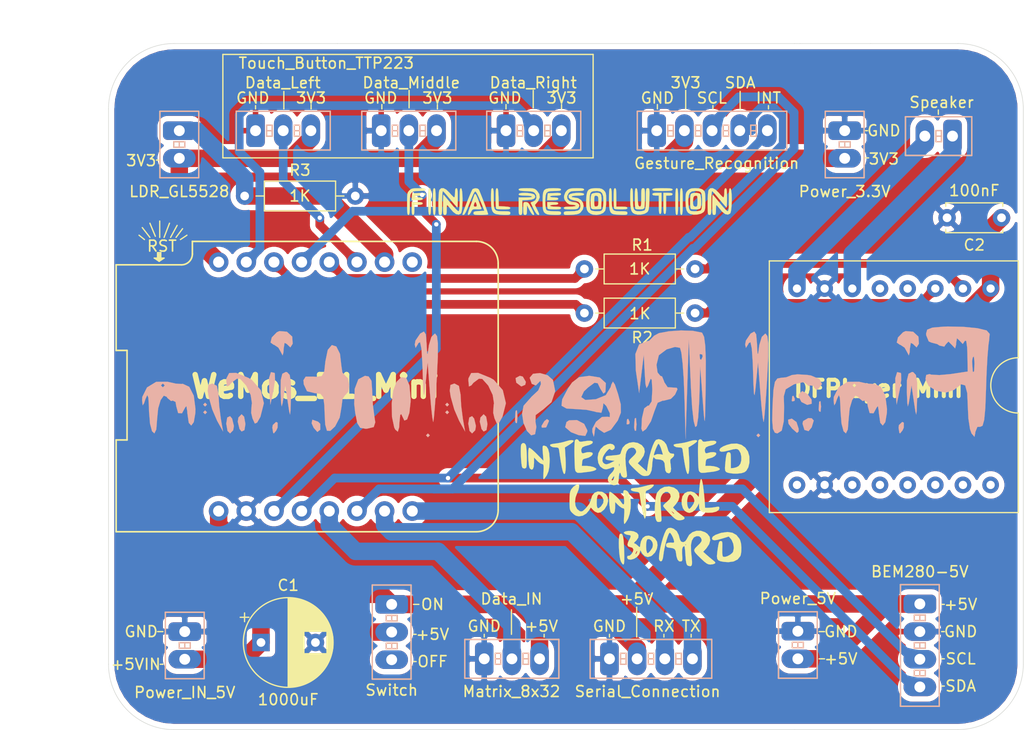
<source format=kicad_pcb>
(kicad_pcb (version 20171130) (host pcbnew "(5.1.4)-1")
  (layers (0 F.Cu signal) (31 B.Cu signal) (34 B.Paste user) (35 F.Paste user) (36 B.SilkS user) (37 F.SilkS user) (38 B.Mask user) (39 F.Mask user) (44 Edge.Cuts user))
  (net 0 "")
  (net 1 GND)
  (net 2 /+5V)
  (net 3 /SPK_1)
  (net 4 /SPK_2)
  (net 5 "Net-(R1-Pad2)")
  (net 6 "Net-(R1-Pad1)")
  (net 7 "Net-(R2-Pad2)")
  (net 8 "Net-(R2-Pad1)")
  (net 9 "Net-(R3-Pad1)")
  (net 10 /3V3)
  (net 11 /SCL)
  (net 12 /SDA)
  (net 13 "Net-(U5-Pad4)")
  (net 14 "Net-(U5-Pad5)")
  (net 15 "Net-(U5-Pad16)")
  (net 16 "Net-(U5-Pad15)")
  (net 17 "Net-(U5-Pad14)")
  (net 18 "Net-(U5-Pad13)")
  (net 19 "Net-(U5-Pad12)")
  (net 20 "Net-(U5-Pad11)")
  (net 21 "Net-(U5-Pad9)")
  (net 22 /TX)
  (net 23 "Net-(U6-Pad1)")
  (net 24 /RX)
  (net 25 /BT_Left)
  (net 26 /Matrix_Data_IN)
  (net 27 /INT)
  (net 28 /BT_Middle)
  (net 29 /BT_Right)
  (net 30 /+5VIN)
  (net 31 "Net-(SW1-Pad3)")
  (module Integrated-Control-Board-RevA:DFPlayer (layer F.Cu) (at 241 91.5 270)
    (fp_text reference U5)
    (fp_text value DFPlayer_Mini)
    (fp_text user "DFPlayer Mini" (at 9.2 10.3 180) (layer F.SilkS) (effects (font (size 1.5 1.5) (thickness 0.375))))
    (pad 1 thru_hole circle (at 0 0 270) (size 1.524 1.524) (drill 0.762) (layers *.Cu *.Mask) (net 2 /+5V))
    (pad 2 thru_hole circle (at 0 2.54 270) (size 1.524 1.524) (drill 0.762) (layers *.Cu *.Mask) (net 5 "Net-(R1-Pad2)"))
    (pad 3 thru_hole circle (at 0 5.08 270) (size 1.524 1.524) (drill 0.762) (layers *.Cu *.Mask) (net 7 "Net-(R2-Pad2)"))
    (pad 4 thru_hole circle (at 0 7.62 270) (size 1.524 1.524) (drill 0.762) (layers *.Cu *.Mask) (net 13 "Net-(U5-Pad4)"))
    (pad 5 thru_hole circle (at 0 10.16 270) (size 1.524 1.524) (drill 0.762) (layers *.Cu *.Mask) (net 14 "Net-(U5-Pad5)"))
    (pad 6 thru_hole circle (at 0 12.7 270) (size 1.524 1.524) (drill 0.762) (layers *.Cu *.Mask) (net 3 /SPK_1))
    (pad 7 thru_hole circle (at 0 15.24 270) (size 1.524 1.524) (drill 0.762) (layers *.Cu *.Mask) (net 1 GND))
    (pad 8 thru_hole circle (at 0 17.78 270) (size 1.524 1.524) (drill 0.762) (layers *.Cu *.Mask) (net 4 /SPK_2))
    (pad 16 thru_hole circle (at 18.03 0 270) (size 1.524 1.524) (drill 0.762) (layers *.Cu *.Mask) (net 15 "Net-(U5-Pad16)"))
    (pad 15 thru_hole circle (at 18.03 2.54 270) (size 1.524 1.524) (drill 0.762) (layers *.Cu *.Mask) (net 16 "Net-(U5-Pad15)"))
    (pad 14 thru_hole circle (at 18.03 5.08 270) (size 1.524 1.524) (drill 0.762) (layers *.Cu *.Mask) (net 17 "Net-(U5-Pad14)"))
    (pad 13 thru_hole circle (at 18.03 7.62 270) (size 1.524 1.524) (drill 0.762) (layers *.Cu *.Mask) (net 18 "Net-(U5-Pad13)"))
    (pad 12 thru_hole circle (at 18.03 10.16 270) (size 1.524 1.524) (drill 0.762) (layers *.Cu *.Mask) (net 19 "Net-(U5-Pad12)"))
    (pad 11 thru_hole circle (at 18.03 12.7 270) (size 1.524 1.524) (drill 0.762) (layers *.Cu *.Mask) (net 20 "Net-(U5-Pad11)"))
    (pad 10 thru_hole circle (at 18.03 15.24 270) (size 1.524 1.524) (drill 0.762) (layers *.Cu *.Mask) (net 1 GND))
    (pad 9 thru_hole circle (at 18.03 17.78 270) (size 1.524 1.524) (drill 0.762) (layers *.Cu *.Mask) (net 21 "Net-(U5-Pad9)"))
  )
  (module A_LOGO:Final-Resolution-sy (layer B.Cu) (at 201.5 98.1 180)
    (fp_text reference G*** hide)
    (fp_text value LOGO hide)
  )
  (module A_LOGO:REV_A_Mask (layer F.Cu) (at 226.7 129.6)
    (fp_text reference G*** hide)
    (fp_text value LOGO hide)
  )
  (module A_LOGO:Final-Resolution-Silks (layer F.Cu) (at 202.4 83.3)
    (fp_text reference G*** hide)
    (fp_text value LOGO hide)
  )
  (module A_LOGO:Integrated_control_board (layer F.Cu) (at 208.3 109.9)
    (fp_text reference G*** hide)
    (fp_text value LOGO hide)
  )
  (module A_LOGO:AWTRIX_small_Mask (layer F.Cu) (at 208.5 101)
    (fp_text reference G*** hide)
    (fp_text value LOGO hide)
  )
  (module Integrated-Control-Board-RevA:PinHeader_1x03_P2.54mm (layer F.Cu) (at 186 120.5)
    (fp_text reference SW1)
    (fp_text value Switch (at 0 7.874) (layer F.SilkS))
    (pad 1 thru_hole roundrect (at 0 0) (size 3 1.7) (drill 1) (layers *.Cu *.Mask) (net 2 /+5V))
    (pad 2 thru_hole oval (at 0 2.54) (size 3 1.7) (drill 1) (layers *.Cu *.Mask) (net 30 /+5VIN))
    (pad 3 thru_hole oval (at 0 5.08) (size 3 1.7) (drill 1) (layers *.Cu *.Mask) (net 31 "Net-(SW1-Pad3)"))
  )
  (module Integrated-Control-Board-RevA:R_Axial_DIN0207_L6.3mm_D2.5mm_P10.16mm_Horizontal (layer F.Cu) (at 172.5 83)
    (fp_text reference R3 (at 5.08 -2.37) (layer F.SilkS))
    (fp_text value 1K (at 5.08 0) (layer F.SilkS))
    (pad 2 thru_hole oval (at 10.16 0) (size 1.6 1.6) (drill 0.8) (layers *.Cu *.Mask) (net 1 GND))
    (pad 1 thru_hole circle (at 0 0) (size 1.6 1.6) (drill 0.8) (layers *.Cu *.Mask) (net 9 "Net-(R3-Pad1)"))
  )
  (module Integrated-Control-Board-RevA:R_Axial_DIN0207_L6.3mm_D2.5mm_P10.16mm_Horizontal (layer F.Cu) (at 203.7 93.75)
    (fp_text reference R2 (at 5.3 2.25) (layer F.SilkS))
    (fp_text value 1K (at 5.1 0.05) (layer F.SilkS))
    (pad 2 thru_hole oval (at 10.16 0) (size 1.6 1.6) (drill 0.8) (layers *.Cu *.Mask) (net 7 "Net-(R2-Pad2)"))
    (pad 1 thru_hole circle (at 0 0) (size 1.6 1.6) (drill 0.8) (layers *.Cu *.Mask) (net 8 "Net-(R2-Pad1)"))
  )
  (module Integrated-Control-Board-RevA:R_Axial_DIN0207_L6.3mm_D2.5mm_P10.16mm_Horizontal (layer F.Cu) (at 203.7 89.7)
    (fp_text reference R1 (at 5.3 -2.2) (layer F.SilkS))
    (fp_text value 1K (at 5.08 0) (layer F.SilkS))
    (pad 2 thru_hole oval (at 10.16 0) (size 1.6 1.6) (drill 0.8) (layers *.Cu *.Mask) (net 5 "Net-(R1-Pad2)"))
    (pad 1 thru_hole circle (at 0 0) (size 1.6 1.6) (drill 0.8) (layers *.Cu *.Mask) (net 6 "Net-(R1-Pad1)"))
  )
  (module Integrated-Control-Board-RevA:PinHeader_1x03_P2.54mm (layer F.Cu) (at 194.5 125.5 90)
    (fp_text reference U12)
    (fp_text value Matrix_8x32 (at -3 2.5 180) (layer F.SilkS))
    (pad 1 thru_hole roundrect (at 0 0 90) (size 3 1.7) (drill 1) (layers *.Cu *.Mask) (net 1 GND))
    (pad 2 thru_hole oval (at 0 2.54 90) (size 3 1.7) (drill 1) (layers *.Cu *.Mask) (net 26 /Matrix_Data_IN))
    (pad 3 thru_hole oval (at 0 5.08 90) (size 3 1.7) (drill 1) (layers *.Cu *.Mask) (net 2 /+5V))
  )
  (module Integrated-Control-Board-RevA:PinHeader_1x05_P2.54mm (layer F.Cu) (at 210.34 77 90)
    (fp_text reference U11)
    (fp_text value Gesture_Recognition (at -3 5.5 180) (layer F.SilkS))
    (pad 1 thru_hole roundrect (at 0 0 90) (size 3 1.7) (drill 1) (layers *.Cu *.Mask) (net 1 GND))
    (pad 2 thru_hole oval (at 0 2.54 90) (size 3 1.7) (drill 1) (layers *.Cu *.Mask) (net 10 /3V3))
    (pad 3 thru_hole oval (at 0 5.08 90) (size 3 1.7) (drill 1) (layers *.Cu *.Mask) (net 11 /SCL))
    (pad 4 thru_hole oval (at 0 7.62 90) (size 3 1.7) (drill 1) (layers *.Cu *.Mask) (net 12 /SDA))
    (pad 5 thru_hole oval (at 0 10.16 90) (size 3 1.7) (drill 1) (layers *.Cu *.Mask) (net 27 /INT))
  )
  (module Integrated-Control-Board-RevA:PinHeader_1x04_P2.54mm (layer F.Cu) (at 206 125.5 90)
    (fp_text reference U10)
    (fp_text value Serial_Connection (at -3 3.5 180) (layer F.SilkS))
    (pad 1 thru_hole roundrect (at 0 0 90) (size 3 1.7) (drill 1) (layers *.Cu *.Mask) (net 1 GND))
    (pad 2 thru_hole oval (at 0 2.54 90) (size 3 1.7) (drill 1) (layers *.Cu *.Mask) (net 2 /+5V))
    (pad 3 thru_hole oval (at 0 5.08 90) (size 3 1.7) (drill 1) (layers *.Cu *.Mask) (net 24 /RX))
    (pad 4 thru_hole oval (at 0 7.62 90) (size 3 1.7) (drill 1) (layers *.Cu *.Mask) (net 22 /TX))
  )
  (module Integrated-Control-Board-RevA:PinHeader_1x03_P2.54mm (layer F.Cu) (at 196.5 77 90)
    (fp_text reference U9)
    (fp_text value Touch_Button_TTP223)
    (pad 1 thru_hole roundrect (at 0 0 90) (size 3 1.7) (drill 1) (layers *.Cu *.Mask) (net 1 GND))
    (pad 2 thru_hole oval (at 0 2.54 90) (size 3 1.7) (drill 1) (layers *.Cu *.Mask) (net 29 /BT_Right))
    (pad 3 thru_hole oval (at 0 5.08 90) (size 3 1.7) (drill 1) (layers *.Cu *.Mask) (net 10 /3V3))
  )
  (module Integrated-Control-Board-RevA:PinHeader_1x03_P2.54mm (layer F.Cu) (at 185.038302 77 90)
    (fp_text reference U8)
    (fp_text value Touch_Button_TTP223)
    (pad 1 thru_hole roundrect (at 0 0 90) (size 3 1.7) (drill 1) (layers *.Cu *.Mask) (net 1 GND))
    (pad 2 thru_hole oval (at 0 2.54 90) (size 3 1.7) (drill 1) (layers *.Cu *.Mask) (net 28 /BT_Middle))
    (pad 3 thru_hole oval (at 0 5.08 90) (size 3 1.7) (drill 1) (layers *.Cu *.Mask) (net 10 /3V3))
  )
  (module Integrated-Control-Board-RevA:PinHeader_1x03_P2.54mm (layer F.Cu) (at 173.5 77 90)
    (fp_text reference U7)
    (fp_text value Touch_Button_TTP223)
    (pad 1 thru_hole roundrect (at 0 0 90) (size 3 1.7) (drill 1) (layers *.Cu *.Mask) (net 1 GND))
    (pad 2 thru_hole oval (at 0 2.54 90) (size 3 1.7) (drill 1) (layers *.Cu *.Mask) (net 25 /BT_Left))
    (pad 3 thru_hole oval (at 0 5.08 90) (size 3 1.7) (drill 1) (layers *.Cu *.Mask) (net 10 /3V3))
  )
  (module Integrated-Control-Board-RevA:wemos-d1-mini-with-pin-header-and-connector (layer F.Cu) (at 179 100.5)
    (fp_text reference U6)
    (fp_text value WeMos_D1_mini)
    (pad 16 thru_hole circle (at 8.89 11.43) (size 1.8 1.8) (drill 1.016) (layers *.Cu *.Mask) (net 22 /TX))
    (pad 1 thru_hole circle (at 8.89 -11.43) (size 1.8 1.8) (drill 1.016) (layers *.Cu *.Mask) (net 23 "Net-(U6-Pad1)"))
    (pad 15 thru_hole circle (at 6.35 11.43) (size 1.8 1.8) (drill 1.016) (layers *.Cu *.Mask) (net 24 /RX))
    (pad 2 thru_hole circle (at 6.35 -11.43) (size 1.8 1.8) (drill 1.016) (layers *.Cu *.Mask) (net 9 "Net-(R3-Pad1)"))
    (pad 14 thru_hole circle (at 3.81 11.43) (size 1.8 1.8) (drill 1.016) (layers *.Cu *.Mask) (net 11 /SCL))
    (pad 3 thru_hole circle (at 3.81 -11.43) (size 1.8 1.8) (drill 1.016) (layers *.Cu *.Mask) (net 25 /BT_Left))
    (pad 13 thru_hole circle (at 1.27 11.43) (size 1.8 1.8) (drill 1.016) (layers *.Cu *.Mask) (net 26 /Matrix_Data_IN))
    (pad 4 thru_hole circle (at 1.27 -11.43) (size 1.8 1.8) (drill 1.016) (layers *.Cu *.Mask) (net 6 "Net-(R1-Pad1)"))
    (pad 12 thru_hole circle (at -1.27 11.43) (size 1.8 1.8) (drill 1.016) (layers *.Cu *.Mask) (net 12 /SDA))
    (pad 5 thru_hole circle (at -1.27 -11.43) (size 1.8 1.8) (drill 1.016) (layers *.Cu *.Mask) (net 27 /INT))
    (pad 11 thru_hole circle (at -3.81 11.43) (size 1.8 1.8) (drill 1.016) (layers *.Cu *.Mask) (net 28 /BT_Middle))
    (pad 6 thru_hole circle (at -3.81 -11.43 90) (size 1.8 1.8) (drill 1.016) (layers *.Cu *.Mask) (net 8 "Net-(R2-Pad1)"))
    (pad 10 thru_hole circle (at -6.35 11.43) (size 1.8 1.8) (drill 1.016) (layers *.Cu *.Mask) (net 1 GND))
    (pad 7 thru_hole circle (at -6.35 -11.43) (size 1.8 1.8) (drill 1.016) (layers *.Cu *.Mask) (net 29 /BT_Right))
    (pad 9 thru_hole circle (at -8.89 11.43) (size 1.8 1.8) (drill 1.016) (layers *.Cu *.Mask) (net 2 /+5V))
    (pad 8 thru_hole circle (at -8.89 -11.43) (size 1.8 1.8) (drill 1.016) (layers *.Cu *.Mask) (net 10 /3V3))
  )
  (module Integrated-Control-Board-RevA:PinHeader_1x02_P2.54mm (layer F.Cu) (at 223.3 122.96)
    (fp_text reference U4)
    (fp_text value Power_5V (at 0 -3) (layer F.SilkS))
    (pad 1 thru_hole roundrect (at 0 0) (size 3 1.7) (drill 1) (layers *.Cu *.Mask) (net 1 GND))
    (pad 2 thru_hole oval (at 0 2.54) (size 3 1.7) (drill 1) (layers *.Cu *.Mask) (net 2 /+5V))
  )
  (module Integrated-Control-Board-RevA:PinHeader_1x02_P2.54mm (layer F.Cu) (at 227.6 77)
    (fp_text reference U3)
    (fp_text value Power_3.3V (at 0 5.588) (layer F.SilkS))
    (pad 1 thru_hole roundrect (at 0 0) (size 3 1.7) (drill 1) (layers *.Cu *.Mask) (net 1 GND))
    (pad 2 thru_hole oval (at 0 2.54) (size 3 1.7) (drill 1) (layers *.Cu *.Mask) (net 10 /3V3))
  )
  (module Integrated-Control-Board-RevA:PinHeader_1x04_P2.54mm (layer F.Cu) (at 234.5 120.46)
    (fp_text reference U2)
    (fp_text value BEM280-5V (at 0 -2.96) (layer F.SilkS))
    (pad 1 thru_hole roundrect (at 0 0) (size 3 1.7) (drill 1) (layers *.Cu *.Mask) (net 2 /+5V))
    (pad 2 thru_hole oval (at 0 2.54) (size 3 1.7) (drill 1) (layers *.Cu *.Mask) (net 1 GND))
    (pad 3 thru_hole oval (at 0 5.08) (size 3 1.7) (drill 1) (layers *.Cu *.Mask) (net 11 /SCL))
    (pad 4 thru_hole oval (at 0 7.62) (size 3 1.7) (drill 1) (layers *.Cu *.Mask) (net 12 /SDA))
  )
  (module Integrated-Control-Board-RevA:PinHeader_1x02_P2.54mm (layer F.Cu) (at 167 123)
    (fp_text reference U1)
    (fp_text value Power_IN_5V (at 0 5.588) (layer F.SilkS))
    (pad 1 thru_hole roundrect (at 0 0) (size 3 1.7) (drill 1) (layers *.Cu *.Mask) (net 1 GND))
    (pad 2 thru_hole oval (at 0 2.54) (size 3 1.7) (drill 1) (layers *.Cu *.Mask) (net 30 /+5VIN))
  )
  (module Integrated-Control-Board-RevA:PinHeader_1x02_P2.54mm (layer F.Cu) (at 166.5 77)
    (fp_text reference R4)
    (fp_text value LDR_GL5528 (at 0 5.588) (layer F.SilkS))
    (pad 1 thru_hole roundrect (at 0 0) (size 3 1.7) (drill 1) (layers *.Cu *.Mask) (net 9 "Net-(R3-Pad1)"))
    (pad 2 thru_hole oval (at 0 2.54) (size 3 1.7) (drill 1) (layers *.Cu *.Mask) (net 10 /3V3))
  )
  (module Integrated-Control-Board-RevA:PinHeader_1x02_P2.54mm (layer F.Cu) (at 237.5 77.5 270)
    (fp_text reference LS1)
    (fp_text value Speaker (at -3.1 1 180) (layer F.SilkS))
    (pad 1 thru_hole roundrect (at 0 0 270) (size 3 1.7) (drill 1) (layers *.Cu *.Mask) (net 3 /SPK_1))
    (pad 2 thru_hole oval (at 0 2.54 270) (size 3 1.7) (drill 1) (layers *.Cu *.Mask) (net 4 /SPK_2))
  )
  (module Integrated-Control-Board-RevA:C_Disc_D5.0mm_W2.5mm_P5.00mm (layer F.Cu) (at 242 85 180)
    (fp_text reference C2 (at 2.5 -2.5) (layer F.SilkS))
    (fp_text value 100nF (at 2.5 2.5) (layer F.SilkS))
    (pad 2 thru_hole circle (at 5 0 180) (size 1.6 1.6) (drill 0.8) (layers *.Cu *.Mask) (net 1 GND))
    (pad 1 thru_hole circle (at 0 0 180) (size 1.6 1.6) (drill 0.8) (layers *.Cu *.Mask) (net 2 /+5V))
  )
  (module Integrated-Control-Board-RevA:CP_Radial_D8.0mm_P5.00mm (layer F.Cu) (at 174 124)
    (fp_text reference C1 (at 2.5 -5.25) (layer F.SilkS))
    (fp_text value 1000uF (at 2.5 5.25) (layer F.SilkS))
    (pad 2 thru_hole circle (at 5 0) (size 1.6 1.6) (drill 0.8) (layers *.Cu *.Mask) (net 1 GND))
    (pad 1 thru_hole rect (at 0 0) (size 1.6 1.6) (drill 0.8) (layers *.Cu *.Mask) (net 30 /+5VIN))
  )
  (gr_line (start 181 69) (end 174 69) (layer Edge.Cuts) (width 0.05))
  (gr_line (start 223.5 69) (end 223 69) (layer Edge.Cuts) (width 0.05))
  (gr_line (start 230 69) (end 223.5 69) (layer Edge.Cuts) (width 0.05))
  (gr_line (start 223 132) (end 230 132) (layer Edge.Cuts) (width 0.05))
  (gr_line (start 174 132) (end 181 132) (layer Edge.Cuts) (width 0.05))
  (gr_line (start 244 126) (end 244 75) (layer Edge.Cuts) (width 0.05))
  (gr_line (start 204.5 70) (end 170.5 70) (layer F.SilkS) (width 0.12))
  (gr_line (start 204.5 79.5) (end 204.5 70) (layer F.SilkS) (width 0.12))
  (gr_line (start 170.5 79.5) (end 204.5 79.5) (layer F.SilkS) (width 0.12))
  (gr_line (start 170.5 70) (end 170.5 79.5) (layer F.SilkS) (width 0.12))
  (gr_line (start 164.65 88.9) (end 164.55 88.85) (layer F.SilkS) (width 0.12))
  (gr_line (start 164.85 88.8) (end 164.65 88.9) (layer F.SilkS) (width 0.12))
  (gr_line (start 164.4 88.8) (end 164.85 88.8) (layer F.SilkS) (width 0.12))
  (gr_line (start 165.1 88.7) (end 164.65 89) (layer F.SilkS) (width 0.12))
  (gr_line (start 164.2 88.7) (end 165.1 88.7) (layer F.SilkS) (width 0.12))
  (gr_line (start 164.65 89) (end 164.2 88.7) (layer F.SilkS) (width 0.12))
  (gr_line (start 164.7 88.7) (end 164.7 88.3) (layer F.SilkS) (width 0.12))
  (gr_line (start 164.6 88.7) (end 164.7 88.7) (layer F.SilkS) (width 0.12))
  (gr_line (start 164.6 88.3) (end 164.6 88.7) (layer F.SilkS) (width 0.12))
  (gr_line (start 164.5 88.8) (end 164.5 88.7) (layer F.SilkS) (width 0.12))
  (gr_line (start 164.8 88.8) (end 164.5 88.8) (layer F.SilkS) (width 0.12))
  (gr_line (start 164.8 88.2) (end 164.8 88.8) (layer F.SilkS) (width 0.12))
  (gr_line (start 164.5 88.2) (end 164.8 88.2) (layer F.SilkS) (width 0.12))
  (gr_line (start 164.5 88.7) (end 164.5 88.2) (layer F.SilkS) (width 0.12))
  (gr_line (start 165.7 86.8) (end 166.3 85.7) (layer F.SilkS) (width 0.12))
  (gr_line (start 166.2 86.8) (end 166.8 86) (layer F.SilkS) (width 0.12))
  (gr_line (start 166.6 87) (end 167.2 86.6) (layer F.SilkS) (width 0.12))
  (gr_line (start 165.1 86.8) (end 165.6 85.5) (layer F.SilkS) (width 0.12))
  (gr_line (start 164.3 86.7) (end 163.8 85.5) (layer F.SilkS) (width 0.12))
  (gr_line (start 164.7 86.8) (end 164.7 85.3) (layer F.SilkS) (width 0.12))
  (gr_line (start 163.8 86.8) (end 163.1 85.9) (layer F.SilkS) (width 0.12))
  (gr_line (start 163.3 87) (end 162.8 86.6) (layer F.SilkS) (width 0.12))
  (gr_text RST (at 164.9 87.6) (layer F.SilkS) (effects (font (size 1 1))))
  (gr_line (start 164.4 79.7) (end 164.6 79.7) (layer F.SilkS) (width 0.12))
  (gr_line (start 173.5 74.7) (end 173.5 75) (layer F.SilkS) (width 0.12))
  (gr_line (start 176.1 73.4) (end 176.1 75) (layer F.SilkS) (width 0.12))
  (gr_line (start 178.6 74.6) (end 178.6 75) (layer F.SilkS) (width 0.12))
  (gr_line (start 185.1 74.6) (end 185.1 75) (layer F.SilkS) (width 0.12))
  (gr_line (start 187.6 73.3) (end 187.6 74.9) (layer F.SilkS) (width 0.12))
  (gr_line (start 190.2 74.6) (end 190.2 75) (layer F.SilkS) (width 0.12))
  (gr_line (start 196.5 74.6) (end 196.5 75) (layer F.SilkS) (width 0.12))
  (gr_line (start 199 73.3) (end 199 74.9) (layer F.SilkS) (width 0.12))
  (gr_line (start 201.6 74.6) (end 201.6 75) (layer F.SilkS) (width 0.12))
  (gr_line (start 210.4 74.6) (end 210.4 75) (layer F.SilkS) (width 0.12))
  (gr_line (start 213 73.3) (end 213 75) (layer F.SilkS) (width 0.12))
  (gr_line (start 215.5 74.7) (end 215.5 75) (layer F.SilkS) (width 0.12))
  (gr_line (start 218 73.4) (end 218 75) (layer F.SilkS) (width 0.12))
  (gr_line (start 220.6 74.7) (end 220.6 75) (layer F.SilkS) (width 0.12))
  (gr_line (start 236.2 75.1) (end 236.2 75.5) (layer F.SilkS) (width 0.12))
  (gr_line (start 229.8 79.5) (end 229.5 79.5) (layer F.SilkS) (width 0.12))
  (gr_line (start 229.6 77) (end 229.5 77) (layer F.SilkS) (width 0.12))
  (gr_line (start 229.7 77) (end 229.6 77) (layer F.SilkS) (width 0.12))
  (gr_text 3V3 (at 231.2 79.6) (layer F.SilkS) (effects (font (size 1 1))))
  (gr_text GND (at 231.2 77) (layer F.SilkS) (effects (font (size 1 1))))
  (gr_text INT (at 220.6 74) (layer F.SilkS) (effects (font (size 1 1))))
  (gr_text SDA (at 218 72.6) (layer F.SilkS) (effects (font (size 1 1))))
  (gr_text SCL (at 215.4 74) (layer F.SilkS) (effects (font (size 1 1))))
  (gr_text 3V3 (at 213 72.6) (layer F.SilkS) (effects (font (size 1 1))))
  (gr_text GND (at 210.4 74) (layer F.SilkS) (effects (font (size 1 1))))
  (gr_text 3V3 (at 201.6 74) (layer F.SilkS) (effects (font (size 1 1))))
  (gr_text Data_Right (at 199 72.6) (layer F.SilkS) (effects (font (size 1 1))))
  (gr_text GND (at 196.4 74) (layer F.SilkS) (effects (font (size 1 1))))
  (gr_text 3V3 (at 190.2 74) (layer F.SilkS) (effects (font (size 1 1))))
  (gr_text Data_Middle (at 187.8 72.6) (layer F.SilkS) (effects (font (size 1 1))))
  (gr_text GND (at 185 74) (layer F.SilkS) (effects (font (size 1 1))))
  (gr_text 3V3 (at 178.6 74) (layer F.SilkS) (effects (font (size 1 1))))
  (gr_text Data_Left (at 176 72.6) (layer F.SilkS) (effects (font (size 1 1))))
  (gr_text GND (at 173.25 74) (layer F.SilkS) (effects (font (size 1 1))))
  (gr_text 3V3 (at 163 79.75) (layer F.SilkS) (effects (font (size 1 1))))
  (gr_line (start 200 123.25) (end 200 123.5) (layer F.SilkS) (width 0.12))
  (gr_line (start 206 123.25) (end 206 123.5) (layer F.SilkS) (width 0.12))
  (gr_line (start 208.5 120.75) (end 208.5 123.5) (layer F.SilkS) (width 0.12))
  (gr_line (start 211 123.25) (end 211 123.5) (layer F.SilkS) (width 0.12))
  (gr_line (start 213.5 123.25) (end 213.5 123.5) (layer F.SilkS) (width 0.12))
  (gr_line (start 225.75 123) (end 225.25 123) (layer F.SilkS) (width 0.12))
  (gr_line (start 225.5 125.5) (end 225.25 125.5) (layer F.SilkS) (width 0.12))
  (gr_line (start 225.75 125.5) (end 225.5 125.5) (layer F.SilkS) (width 0.12))
  (gr_line (start 236.75 128) (end 236.5 128) (layer F.SilkS) (width 0.12))
  (gr_line (start 236.75 125.5) (end 236.5 125.5) (layer F.SilkS) (width 0.12))
  (gr_line (start 236.75 123) (end 236.5 123) (layer F.SilkS) (width 0.12))
  (gr_line (start 236.75 120.5) (end 236.5 120.5) (layer F.SilkS) (width 0.12))
  (gr_text SDA (at 238.25 128) (layer F.SilkS) (effects (font (size 1 1))))
  (gr_text SCL (at 238.25 125.5) (layer F.SilkS) (effects (font (size 1 1))))
  (gr_text GND (at 238.25 123) (layer F.SilkS) (effects (font (size 1 1))))
  (gr_text +5V (at 238.25 120.5) (layer F.SilkS) (effects (font (size 1 1))))
  (gr_text +5V (at 227.25 125.5) (layer F.SilkS) (effects (font (size 1 1))))
  (gr_text GND (at 227.25 123) (layer F.SilkS) (effects (font (size 1 1))))
  (gr_text TX (at 213.5 122.5) (layer F.SilkS) (effects (font (size 1 1))))
  (gr_text RX (at 211 122.5) (layer F.SilkS) (effects (font (size 1 1))))
  (gr_text +5V (at 208.5 120) (layer F.SilkS) (effects (font (size 1 1))))
  (gr_text GND (at 206 122.5) (layer F.SilkS) (effects (font (size 1 1))))
  (gr_text +5V (at 199.75 122.5) (layer F.SilkS) (effects (font (size 1 1))))
  (gr_line (start 164.75 126) (end 165 126) (layer F.SilkS) (width 0.12))
  (gr_line (start 164.5 123) (end 165 123) (layer F.SilkS) (width 0.12))
  (gr_line (start 188.25 125.75) (end 188 125.75) (layer F.SilkS) (width 0.12))
  (gr_line (start 188.25 123.25) (end 188 123.25) (layer F.SilkS) (width 0.12))
  (gr_line (start 188.5 120.5) (end 188 120.5) (layer F.SilkS) (width 0.12))
  (gr_line (start 194.5 123.25) (end 194.5 123.5) (layer F.SilkS) (width 0.12))
  (gr_line (start 197 123.25) (end 197 121) (layer F.SilkS) (width 0.12))
  (gr_text Data_IN (at 197 120) (layer F.SilkS) (effects (font (size 1 1))))
  (gr_text GND (at 194.5 122.5) (layer F.SilkS) (effects (font (size 1 1))))
  (gr_text OFF (at 189.75 125.75) (layer F.SilkS) (effects (font (size 1 1))))
  (gr_text +5V (at 189.75 123.25) (layer F.SilkS) (effects (font (size 1 1))))
  (gr_text ON (at 189.75 120.5) (layer F.SilkS) (effects (font (size 1 1))))
  (gr_text +5VIN (at 162.5 126) (layer F.SilkS) (effects (font (size 1 1))))
  (gr_text GND (at 163 123) (layer F.SilkS) (effects (font (size 1 1))))
  (gr_text Touch_Button_TTP223 (at 180 70.8) (layer F.SilkS) (effects (font (size 1 1))))
  (gr_text WeMos_D1_Mini (at 179 100.5) (layer F.SilkS) (effects (font (size 2 2) (thickness 0.5))))
  (gr_arc (start 238 126) (end 238 132) (angle -90) (layer Edge.Cuts) (width 0.05))
  (gr_arc (start 238 75) (end 244 75) (angle -90) (layer Edge.Cuts) (width 0.05))
  (gr_arc (start 166 126) (end 160 126) (angle -90) (layer Edge.Cuts) (width 0.05))
  (gr_arc (start 166 75) (end 166 69) (angle -90) (layer Edge.Cuts) (width 0.05))
  (gr_line (start 174 132) (end 166 132) (layer Edge.Cuts) (width 0.05))
  (gr_line (start 223 132) (end 181 132) (layer Edge.Cuts) (width 0.05))
  (gr_line (start 238 132) (end 230 132) (layer Edge.Cuts) (width 0.05))
  (gr_line (start 230 69) (end 238 69) (layer Edge.Cuts) (width 0.05))
  (gr_line (start 181 69) (end 223 69) (layer Edge.Cuts) (width 0.05))
  (gr_line (start 166 69) (end 174 69) (layer Edge.Cuts) (width 0.05))
  (gr_line (start 160 75) (end 160 126) (layer Edge.Cuts) (width 0.05))
  (segment (start 170.11 113.202792) (end 170.11 111.93) (width 1.6) (layer F.Cu) (net 2))
  (segment (start 176.486498 119.57929) (end 170.11 113.202792) (width 1.6) (layer F.Cu) (net 2))
  (segment (start 185.07929 119.57929) (end 176.486498 119.57929) (width 1.6) (layer F.Cu) (net 2))
  (segment (start 186 120.5) (end 185.07929 119.57929) (width 1.6) (layer F.Cu) (net 2))
  (segment (start 199.58 122.4) (end 199.58 125.5) (width 1.6) (layer F.Cu) (net 2))
  (segment (start 197.68 120.5) (end 199.58 122.4) (width 1.6) (layer F.Cu) (net 2))
  (segment (start 186 120.5) (end 197.68 120.5) (width 1.6) (layer F.Cu) (net 2))
  (segment (start 187.6 120.5) (end 186 120.5) (width 1.6) (layer F.Cu) (net 2))
  (segment (start 208.54 124.524732) (end 204.515268 120.5) (width 1.6) (layer F.Cu) (net 2))
  (segment (start 208.54 125.5) (end 208.54 124.524732) (width 1.6) (layer F.Cu) (net 2))
  (segment (start 203.4 120.5) (end 203.44 120.46) (width 1.6) (layer F.Cu) (net 2))
  (segment (start 204.515268 120.5) (end 203.4 120.5) (width 1.6) (layer F.Cu) (net 2))
  (segment (start 203.4 120.5) (end 187.6 120.5) (width 1.6) (layer F.Cu) (net 2))
  (segment (start 203.44 120.46) (end 207.56 120.46) (width 1.6) (layer F.Cu) (net 2))
  (segment (start 207.56 120.46) (end 234.5 120.46) (width 1.6) (layer F.Cu) (net 2))
  (segment (start 232.9 120.46) (end 234.5 120.46) (width 1.6) (layer F.Cu) (net 2))
  (segment (start 231.44 120.46) (end 232.9 120.46) (width 1.6) (layer F.Cu) (net 2))
  (segment (start 226.4 125.5) (end 231.44 120.46) (width 1.6) (layer F.Cu) (net 2))
  (segment (start 223.3 125.5) (end 226.4 125.5) (width 1.6) (layer F.Cu) (net 2))
  (segment (start 238.237988 94.262012) (end 233.757988 94.262012) (width 1.6) (layer F.Cu) (net 2))
  (segment (start 233.757988 94.262012) (end 207.56 120.46) (width 1.6) (layer F.Cu) (net 2))
  (segment (start 238.237988 94.262012) (end 241 91.5) (width 1.6) (layer F.Cu) (net 2))
  (segment (start 241 86) (end 242 85) (width 1.6) (layer F.Cu) (net 2))
  (segment (start 241 91.5) (end 241 86) (width 1.6) (layer F.Cu) (net 2))
  (segment (start 237.5 79.1) (end 237.5 77.5) (width 1.6) (layer B.Cu) (net 3))
  (segment (start 228.3 91.5) (end 228.3 88.3) (width 1.6) (layer B.Cu) (net 3))
  (segment (start 228.3 88.3) (end 237.5 79.1) (width 1.6) (layer B.Cu) (net 3))
  (segment (start 234.96 78.15) (end 234.96 77.5) (width 1.6) (layer B.Cu) (net 4))
  (segment (start 223.22 91.5) (end 223.22 89.89) (width 1.6) (layer B.Cu) (net 4))
  (segment (start 223.22 89.89) (end 234.96 78.15) (width 1.6) (layer B.Cu) (net 4))
  (segment (start 214.99137 89.7) (end 215.49137 89.2) (width 0.8) (layer F.Cu) (net 5))
  (segment (start 213.86 89.7) (end 214.99137 89.7) (width 0.8) (layer F.Cu) (net 5))
  (segment (start 236.16 89.2) (end 238.46 91.5) (width 0.8) (layer F.Cu) (net 5))
  (segment (start 215.49137 89.2) (end 236.16 89.2) (width 0.8) (layer F.Cu) (net 5))
  (segment (start 181.169999 89.969999) (end 180.27 89.07) (width 0.8) (layer F.Cu) (net 6))
  (segment (start 181.770001 90.570001) (end 181.169999 89.969999) (width 0.8) (layer F.Cu) (net 6))
  (segment (start 202.829999 90.570001) (end 181.770001 90.570001) (width 0.8) (layer F.Cu) (net 6))
  (segment (start 203.7 89.7) (end 202.829999 90.570001) (width 0.8) (layer F.Cu) (net 6))
  (segment (start 214.99137 93.75) (end 215.879369 92.862001) (width 0.8) (layer F.Cu) (net 7))
  (segment (start 213.86 93.75) (end 214.99137 93.75) (width 0.8) (layer F.Cu) (net 7))
  (segment (start 234.557999 92.862001) (end 235.92 91.5) (width 0.8) (layer F.Cu) (net 7))
  (segment (start 215.879369 92.862001) (end 234.557999 92.862001) (width 0.8) (layer F.Cu) (net 7))
  (segment (start 176.089999 89.969999) (end 175.19 89.07) (width 0.8) (layer F.Cu) (net 8))
  (segment (start 179.070001 92.950001) (end 176.089999 89.969999) (width 0.8) (layer F.Cu) (net 8))
  (segment (start 202.900001 92.950001) (end 179.070001 92.950001) (width 0.8) (layer F.Cu) (net 8))
  (segment (start 203.7 93.75) (end 202.900001 92.950001) (width 0.8) (layer F.Cu) (net 8))
  (segment (start 172.5 81.86863) (end 172.5 83) (width 1.6) (layer B.Cu) (net 9))
  (segment (start 166.5 77) (end 168.1 77) (width 1.6) (layer B.Cu) (net 9))
  (segment (start 168.1 77) (end 172.5 81.4) (width 1.6) (layer B.Cu) (net 9))
  (segment (start 172.5 81.4) (end 172.5 81.86863) (width 1.6) (layer B.Cu) (net 9))
  (segment (start 185.35 88.354002) (end 185.35 89.07) (width 1.6) (layer F.Cu) (net 9))
  (segment (start 179.995998 83) (end 185.35 88.354002) (width 1.6) (layer F.Cu) (net 9))
  (segment (start 172.5 83) (end 179.995998 83) (width 1.6) (layer F.Cu) (net 9))
  (segment (start 166.5 85.46) (end 170.11 89.07) (width 1.6) (layer F.Cu) (net 10))
  (segment (start 166.5 79.54) (end 166.5 85.46) (width 1.6) (layer F.Cu) (net 10))
  (segment (start 169.6 79.54) (end 166.5 79.54) (width 1.6) (layer F.Cu) (net 10))
  (segment (start 176.766309 79.54) (end 169.6 79.54) (width 1.6) (layer F.Cu) (net 10))
  (segment (start 178.58 77.726309) (end 176.766309 79.54) (width 1.6) (layer F.Cu) (net 10))
  (segment (start 178.58 77) (end 178.58 77.726309) (width 1.6) (layer F.Cu) (net 10))
  (segment (start 190.118302 77.726309) (end 188.304611 79.54) (width 1.6) (layer F.Cu) (net 10))
  (segment (start 190.118302 77) (end 190.118302 77.726309) (width 1.6) (layer F.Cu) (net 10))
  (segment (start 199.766309 79.54) (end 186.94 79.54) (width 1.6) (layer F.Cu) (net 10))
  (segment (start 201.58 77.726309) (end 199.766309 79.54) (width 1.6) (layer F.Cu) (net 10))
  (segment (start 201.58 77) (end 201.58 77.726309) (width 1.6) (layer F.Cu) (net 10))
  (segment (start 188.304611 79.54) (end 186.94 79.54) (width 1.6) (layer F.Cu) (net 10))
  (segment (start 186.94 79.54) (end 176.766309 79.54) (width 1.6) (layer F.Cu) (net 10))
  (segment (start 211.315268 79.54) (end 199.766309 79.54) (width 1.6) (layer F.Cu) (net 10))
  (segment (start 212.88 77.975268) (end 211.315268 79.54) (width 1.6) (layer F.Cu) (net 10))
  (segment (start 212.88 77) (end 212.88 77.975268) (width 1.6) (layer F.Cu) (net 10))
  (segment (start 224.5 79.54) (end 211.315268 79.54) (width 1.6) (layer F.Cu) (net 10))
  (segment (start 227.6 79.54) (end 224.5 79.54) (width 1.6) (layer F.Cu) (net 10))
  (segment (start 215.42 76.35) (end 217.870021 73.899979) (width 0.8) (layer B.Cu) (net 11))
  (segment (start 217.870021 73.899979) (end 221.514831 73.899979) (width 0.8) (layer B.Cu) (net 11))
  (segment (start 221.514831 73.899979) (end 222.950021 75.335169) (width 0.8) (layer B.Cu) (net 11))
  (segment (start 222.950021 75.335169) (end 222.950021 78.664831) (width 0.8) (layer B.Cu) (net 11))
  (segment (start 222.950021 78.664831) (end 214.107938 87.506914) (width 0.8) (layer B.Cu) (net 11))
  (segment (start 184.839989 109.900011) (end 183.709999 111.030001) (width 0.8) (layer B.Cu) (net 11))
  (segment (start 183.709999 111.030001) (end 182.81 111.93) (width 0.8) (layer B.Cu) (net 11))
  (segment (start 215.42 77) (end 215.42 76.35) (width 0.8) (layer B.Cu) (net 11))
  (segment (start 213.816445 87.799344) (end 213.688449 87.799549) (width 0.8) (layer B.Cu) (net 11))
  (segment (start 213.688449 87.799549) (end 191.587987 109.900011) (width 0.8) (layer B.Cu) (net 11))
  (segment (start 214.107938 87.506914) (end 213.816445 87.799344) (width 0.8) (layer B.Cu) (net 11))
  (segment (start 191.587987 109.900011) (end 189.899989 109.900011) (width 0.8) (layer B.Cu) (net 11))
  (segment (start 189.899989 109.900011) (end 184.839989 109.900011) (width 0.8) (layer B.Cu) (net 11))
  (segment (start 233.85 125.54) (end 218.210011 109.900011) (width 0.8) (layer B.Cu) (net 11))
  (segment (start 218.210011 109.900011) (end 189.899989 109.900011) (width 0.8) (layer B.Cu) (net 11))
  (segment (start 234.5 125.54) (end 233.85 125.54) (width 0.8) (layer B.Cu) (net 11))
  (segment (start 221.95001 75.749387) (end 221.95001 78.250613) (width 0.8) (layer B.Cu) (net 12))
  (segment (start 221.100613 74.89999) (end 221.95001 75.749387) (width 0.8) (layer B.Cu) (net 12))
  (segment (start 219.04999 75.749387) (end 219.899387 74.89999) (width 0.8) (layer B.Cu) (net 12))
  (segment (start 219.899387 74.89999) (end 221.100613 74.89999) (width 0.8) (layer B.Cu) (net 12))
  (segment (start 219.04999 77) (end 219.04999 75.749387) (width 0.8) (layer B.Cu) (net 12))
  (segment (start 221.95001 78.250613) (end 213.400623 86.8) (width 0.8) (layer B.Cu) (net 12))
  (segment (start 217.96 77) (end 219.04999 77) (width 0.8) (layer B.Cu) (net 12))
  (segment (start 213.273565 86.800204) (end 191.173769 108.9) (width 0.8) (layer B.Cu) (net 12))
  (segment (start 213.400623 86.8) (end 213.273565 86.800204) (width 0.8) (layer B.Cu) (net 12))
  (segment (start 180.76 108.9) (end 177.73 111.93) (width 0.8) (layer B.Cu) (net 12))
  (segment (start 191.173769 108.9) (end 180.76 108.9) (width 0.8) (layer B.Cu) (net 12))
  (via (at 191.173769 108.9) (size 0.8) (drill 0.4) (layers F.Cu B.Cu) (net 12))
  (segment (start 191.173769 108.9) (end 205.8 108.9) (width 0.8) (layer F.Cu) (net 12))
  (via (at 209.5 111.5) (size 0.8) (drill 0.4) (layers F.Cu B.Cu) (net 12))
  (segment (start 205.8 108.9) (end 206.9 108.9) (width 0.8) (layer F.Cu) (net 12))
  (segment (start 206.9 108.9) (end 209.5 111.5) (width 0.8) (layer F.Cu) (net 12))
  (segment (start 210.065685 111.5) (end 209.5 111.5) (width 0.8) (layer B.Cu) (net 12))
  (segment (start 217.27 111.5) (end 210.065685 111.5) (width 0.8) (layer B.Cu) (net 12))
  (segment (start 233.85 128.08) (end 217.27 111.5) (width 0.8) (layer B.Cu) (net 12))
  (segment (start 234.5 128.08) (end 233.85 128.08) (width 0.8) (layer B.Cu) (net 12))
  (segment (start 213.62 122.4) (end 213.62 125.5) (width 1.6) (layer B.Cu) (net 22))
  (segment (start 203.15 111.93) (end 213.62 122.4) (width 1.6) (layer B.Cu) (net 22))
  (segment (start 187.89 111.93) (end 203.15 111.93) (width 1.6) (layer B.Cu) (net 22))
  (segment (start 185.977209 113.830001) (end 202.504403 113.830001) (width 1.6) (layer B.Cu) (net 24))
  (segment (start 211.08 122.405598) (end 211.08 125.5) (width 1.6) (layer B.Cu) (net 24))
  (segment (start 185.35 113.202792) (end 185.977209 113.830001) (width 1.6) (layer B.Cu) (net 24))
  (segment (start 185.35 111.93) (end 185.35 113.202792) (width 1.6) (layer B.Cu) (net 24))
  (segment (start 202.504403 113.830001) (end 211.08 122.405598) (width 1.6) (layer B.Cu) (net 24))
  (via (at 179.4 85) (size 0.8) (drill 0.4) (layers F.Cu B.Cu) (net 25))
  (segment (start 176.04 77) (end 176.04 81.64) (width 0.8) (layer B.Cu) (net 25))
  (segment (start 176.04 81.64) (end 179.4 85) (width 0.8) (layer B.Cu) (net 25))
  (segment (start 179.4 85.66) (end 182.81 89.07) (width 0.8) (layer F.Cu) (net 25))
  (segment (start 179.4 85) (end 179.4 85.66) (width 0.8) (layer F.Cu) (net 25))
  (segment (start 182.69722 115.630012) (end 180.27 113.202792) (width 1.6) (layer B.Cu) (net 26))
  (segment (start 180.27 113.202792) (end 180.27 111.93) (width 1.6) (layer B.Cu) (net 26))
  (segment (start 197.04 122.4) (end 190.270012 115.630012) (width 1.6) (layer B.Cu) (net 26))
  (segment (start 197.04 125.5) (end 197.04 122.4) (width 1.6) (layer B.Cu) (net 26))
  (segment (start 190.270012 115.630012) (end 182.69722 115.630012) (width 1.6) (layer B.Cu) (net 26))
  (segment (start 177.73 89.07) (end 182.399999 84.400001) (width 0.8) (layer B.Cu) (net 27))
  (segment (start 213.38577 84.400001) (end 220.5 77.285771) (width 0.8) (layer B.Cu) (net 27))
  (segment (start 220.5 77.285771) (end 220.5 77) (width 0.8) (layer B.Cu) (net 27))
  (segment (start 182.399999 84.400001) (end 213.38577 84.400001) (width 0.8) (layer B.Cu) (net 27))
  (via (at 188.8 82.9) (size 0.8) (drill 0.4) (layers F.Cu B.Cu) (net 28))
  (segment (start 187.578302 77) (end 187.578302 81.678302) (width 0.8) (layer B.Cu) (net 28))
  (segment (start 187.578302 81.678302) (end 188.8 82.9) (width 0.8) (layer B.Cu) (net 28))
  (via (at 190.1 85.6) (size 0.8) (drill 0.4) (layers F.Cu B.Cu) (net 28))
  (segment (start 188.8 82.9) (end 188.8 84.3) (width 0.8) (layer F.Cu) (net 28))
  (segment (start 188.8 84.3) (end 190.1 85.6) (width 0.8) (layer F.Cu) (net 28))
  (segment (start 190.1 97.02) (end 175.19 111.93) (width 0.8) (layer B.Cu) (net 28))
  (segment (start 190.1 85.6) (end 190.1 97.02) (width 0.8) (layer B.Cu) (net 28))
  (segment (start 172.000011 78.920097) (end 172.000011 75.550405) (width 0.8) (layer B.Cu) (net 29))
  (segment (start 172.65 89.07) (end 173.900011 87.819989) (width 0.8) (layer B.Cu) (net 29))
  (segment (start 197.39 74.7) (end 199.04 76.35) (width 0.8) (layer B.Cu) (net 29))
  (segment (start 199.04 76.35) (end 199.04 77) (width 0.8) (layer B.Cu) (net 29))
  (segment (start 172.850416 74.7) (end 197.39 74.7) (width 0.8) (layer B.Cu) (net 29))
  (segment (start 172.000011 75.550405) (end 172.850416 74.7) (width 0.8) (layer B.Cu) (net 29))
  (segment (start 173.900011 80.820097) (end 172.000011 78.920097) (width 0.8) (layer B.Cu) (net 29))
  (segment (start 173.900011 87.819989) (end 173.900011 80.820097) (width 0.8) (layer B.Cu) (net 29))
  (segment (start 172.46 125.54) (end 174 124) (width 1.6) (layer F.Cu) (net 30))
  (segment (start 167 125.54) (end 172.46 125.54) (width 1.6) (layer F.Cu) (net 30))
  (segment (start 174 121.6) (end 174.2 121.4) (width 1.6) (layer F.Cu) (net 30))
  (segment (start 174 124) (end 174 121.6) (width 1.6) (layer F.Cu) (net 30))
  (segment (start 182.9 123.04) (end 186 123.04) (width 1.6) (layer F.Cu) (net 30))
  (segment (start 181.26 121.4) (end 182.9 123.04) (width 1.6) (layer F.Cu) (net 30))
  (segment (start 174.2 121.4) (end 181.26 121.4) (width 1.6) (layer F.Cu) (net 30))
  (zone (net 5) (net_name "Net-(R1-Pad2)") (layer F.Cu) (priority 16962) (connect_pads yes (clearance 0.2)) (min_thickness 0.0254) (fill yes (arc_segments 32) (thermal_gap 0.508) (thermal_bridge_width 0.508))
    (polygon (pts (xy 214.9 89.3) (xy 214.839179 89.2984) (xy 214.781458 89.2936) (xy 214.726839 89.2856) (xy 214.675319 89.2744) (xy 214.626901 89.26) (xy 214.581582 89.2424) (xy 214.539364 89.2216) (xy 214.500247 89.1976) (xy 214.46423 89.1704) (xy 214.431314 89.14) (xy 213.46 89.7) (xy 214.431314 90.26) (xy 214.46423 90.2296) (xy 214.500247 90.2024) (xy 214.539364 90.1784) (xy 214.581582 90.1576) (xy 214.626901 90.14) (xy 214.675319 90.1256) (xy 214.726839 90.1144) (xy 214.781458 90.1064) (xy 214.839179 90.1016) (xy 214.9 90.1)))
  )
  (zone (net 6) (net_name "Net-(R1-Pad1)") (layer F.Cu) (priority 16962) (connect_pads yes (clearance 0.2)) (min_thickness 0.0254) (fill yes (arc_segments 32) (thermal_gap 0.508) (thermal_bridge_width 0.508))
    (polygon (pts (xy 181.406391 89.640705) (xy 181.360888 89.591949) (xy 181.320243 89.541546) (xy 181.284455 89.489495) (xy 181.253525 89.435796) (xy 181.227453 89.38045) (xy 181.206238 89.323455) (xy 181.18988 89.264813) (xy 181.178381 89.204523) (xy 181.171738 89.142585) (xy 181.169954 89.079) (xy 179.951802 88.751802) (xy 180.279 89.969954) (xy 180.342585 89.971738) (xy 180.404523 89.978381) (xy 180.464813 89.98988) (xy 180.523455 90.006238) (xy 180.58045 90.027453) (xy 180.635796 90.053525) (xy 180.689495 90.084455) (xy 180.741546 90.120243) (xy 180.791949 90.160888) (xy 180.840705 90.206391)))
  )
  (zone (net 6) (net_name "Net-(R1-Pad1)") (layer F.Cu) (priority 16962) (connect_pads yes (clearance 0.2)) (min_thickness 0.0254) (fill yes (arc_segments 32) (thermal_gap 0.508) (thermal_bridge_width 0.508))
    (polygon (pts (xy 203.247452 90.718233) (xy 203.29159 90.676357) (xy 203.335798 90.638937) (xy 203.380077 90.605972) (xy 203.424426 90.577462) (xy 203.468846 90.553407) (xy 203.513336 90.533807) (xy 203.557896 90.518662) (xy 203.602527 90.507973) (xy 203.647228 90.501738) (xy 203.692 90.499959) (xy 203.982842 89.417158) (xy 202.900041 89.708) (xy 202.898261 89.752771) (xy 202.892026 89.797472) (xy 202.881337 89.842103) (xy 202.866192 89.886664) (xy 202.846592 89.931154) (xy 202.822537 89.975573) (xy 202.794027 90.019922) (xy 202.761062 90.064201) (xy 202.723642 90.10841) (xy 202.681767 90.152548)))
  )
  (zone (net 7) (net_name "Net-(R2-Pad2)") (layer F.Cu) (priority 16962) (connect_pads yes (clearance 0.2)) (min_thickness 0.0254) (fill yes (arc_segments 32) (thermal_gap 0.508) (thermal_bridge_width 0.508))
    (polygon (pts (xy 214.9 93.35) (xy 214.839179 93.3484) (xy 214.781458 93.3436) (xy 214.726839 93.3356) (xy 214.675319 93.3244) (xy 214.626901 93.31) (xy 214.581582 93.2924) (xy 214.539364 93.2716) (xy 214.500247 93.2476) (xy 214.46423 93.2204) (xy 214.431314 93.19) (xy 213.46 93.75) (xy 214.431314 94.31) (xy 214.46423 94.2796) (xy 214.500247 94.2524) (xy 214.539364 94.2284) (xy 214.581582 94.2076) (xy 214.626901 94.19) (xy 214.675319 94.1756) (xy 214.726839 94.1644) (xy 214.781458 94.1564) (xy 214.839179 94.1516) (xy 214.9 94.15)))
  )
  (zone (net 8) (net_name "Net-(R2-Pad1)") (layer F.Cu) (priority 16962) (connect_pads yes (clearance 0.2)) (min_thickness 0.0254) (fill yes (arc_segments 32) (thermal_gap 0.508) (thermal_bridge_width 0.508))
    (polygon (pts (xy 176.326391 89.640705) (xy 176.280888 89.591949) (xy 176.240243 89.541546) (xy 176.204455 89.489495) (xy 176.173525 89.435796) (xy 176.147453 89.38045) (xy 176.126238 89.323455) (xy 176.10988 89.264813) (xy 176.098381 89.204523) (xy 176.091738 89.142585) (xy 176.089954 89.079) (xy 174.871802 88.751802) (xy 175.199 89.969954) (xy 175.262585 89.971738) (xy 175.324523 89.978381) (xy 175.384813 89.98988) (xy 175.443455 90.006238) (xy 175.50045 90.027453) (xy 175.555796 90.053525) (xy 175.609495 90.084455) (xy 175.661546 90.120243) (xy 175.711949 90.160888) (xy 175.760705 90.206391)))
  )
  (zone (net 8) (net_name "Net-(R2-Pad1)") (layer F.Cu) (priority 16962) (connect_pads yes (clearance 0.2)) (min_thickness 0.0254) (fill yes (arc_segments 32) (thermal_gap 0.508) (thermal_bridge_width 0.508))
    (polygon (pts (xy 202.681767 93.297452) (xy 202.723642 93.34159) (xy 202.761062 93.385798) (xy 202.794027 93.430077) (xy 202.822537 93.474426) (xy 202.846592 93.518846) (xy 202.866192 93.563336) (xy 202.881337 93.607896) (xy 202.892026 93.652527) (xy 202.898261 93.697228) (xy 202.900041 93.742) (xy 203.982842 94.032842) (xy 203.692 92.950041) (xy 203.647228 92.948261) (xy 203.602527 92.942026) (xy 203.557896 92.931337) (xy 203.513336 92.916192) (xy 203.468846 92.896592) (xy 203.424426 92.872537) (xy 203.380077 92.844027) (xy 203.335798 92.811062) (xy 203.29159 92.773642) (xy 203.247452 92.731767)))
  )
  (zone (net 11) (net_name /SCL) (layer B.Cu) (priority 16962) (connect_pads yes (clearance 0.2)) (min_thickness 0.0254) (fill yes (arc_segments 32) (thermal_gap 0.508) (thermal_bridge_width 0.508))
    (polygon (pts (xy 215.91851 75.285805) (xy 215.874555 75.450501) (xy 215.829479 75.597804) (xy 215.783282 75.727713) (xy 215.735963 75.840228) (xy 215.687523 75.935349) (xy 215.637961 76.013075) (xy 215.587278 76.073408) (xy 215.535473 76.116347) (xy 215.482547 76.141892) (xy 215.4285 76.150043) (xy 215.11948 77.30052) (xy 216.269957 76.9915) (xy 216.271607 76.930952) (xy 216.277652 76.858526) (xy 216.288091 76.774221) (xy 216.302924 76.678038) (xy 216.322151 76.569977) (xy 216.345771 76.450036) (xy 216.373786 76.318217) (xy 216.406195 76.17452) (xy 216.442998 76.018944) (xy 216.484195 75.85149)))
  )
  (zone (net 11) (net_name /SCL) (layer B.Cu) (priority 16962) (connect_pads yes (clearance 0.2)) (min_thickness 0.0254) (fill yes (arc_segments 32) (thermal_gap 0.508) (thermal_bridge_width 0.508))
    (polygon (pts (xy 183.380705 110.793609) (xy 183.331949 110.839111) (xy 183.281546 110.879756) (xy 183.229495 110.915544) (xy 183.175796 110.946474) (xy 183.12045 110.972546) (xy 183.063455 110.993761) (xy 183.004813 111.010119) (xy 182.944523 111.021618) (xy 182.882585 111.028261) (xy 182.819 111.030046) (xy 182.491802 112.248198) (xy 183.709954 111.921) (xy 183.711738 111.857414) (xy 183.718381 111.795476) (xy 183.72988 111.735186) (xy 183.746238 111.676544) (xy 183.767453 111.619549) (xy 183.793525 111.564203) (xy 183.824455 111.510504) (xy 183.860243 111.458453) (xy 183.900888 111.40805) (xy 183.946391 111.359295)))
  )
  (zone (net 11) (net_name /SCL) (layer B.Cu) (priority 16962) (connect_pads yes (clearance 0.2)) (min_thickness 0.0254) (fill yes (arc_segments 32) (thermal_gap 0.508) (thermal_bridge_width 0.508))
    (polygon (pts (xy 232.785805 125.04149) (xy 232.950501 125.085444) (xy 233.097804 125.13052) (xy 233.227713 125.176717) (xy 233.340228 125.224036) (xy 233.435349 125.272477) (xy 233.513075 125.322038) (xy 233.573408 125.372721) (xy 233.616347 125.424526) (xy 233.641892 125.477452) (xy 233.650043 125.5315) (xy 234.80052 125.84052) (xy 234.4915 124.690043) (xy 234.430952 124.688392) (xy 234.358526 124.682347) (xy 234.274221 124.671908) (xy 234.178038 124.657075) (xy 234.069977 124.637849) (xy 233.950036 124.614228) (xy 233.818217 124.586213) (xy 233.67452 124.553804) (xy 233.518944 124.517001) (xy 233.35149 124.475805)))
  )
  (zone (net 12) (net_name /SDA) (layer B.Cu) (priority 16962) (connect_pads yes (clearance 0.2)) (min_thickness 0.0254) (fill yes (arc_segments 32) (thermal_gap 0.508) (thermal_bridge_width 0.508))
    (polygon (pts (xy 178.300705 110.793609) (xy 178.251949 110.839111) (xy 178.201546 110.879756) (xy 178.149495 110.915544) (xy 178.095796 110.946474) (xy 178.04045 110.972546) (xy 177.983455 110.993761) (xy 177.924813 111.010119) (xy 177.864523 111.021618) (xy 177.802585 111.028261) (xy 177.739 111.030046) (xy 177.411802 112.248198) (xy 178.629954 111.921) (xy 178.631738 111.857414) (xy 178.638381 111.795476) (xy 178.64988 111.735186) (xy 178.666238 111.676544) (xy 178.687453 111.619549) (xy 178.713525 111.564203) (xy 178.744455 111.510504) (xy 178.780243 111.458453) (xy 178.820888 111.40805) (xy 178.866391 111.359295)))
  )
  (zone (net 12) (net_name /SDA) (layer B.Cu) (priority 16962) (connect_pads yes (clearance 0.2)) (min_thickness 0.0254) (fill yes (arc_segments 32) (thermal_gap 0.508) (thermal_bridge_width 0.508))
    (polygon (pts (xy 232.785805 127.58149) (xy 232.950501 127.625444) (xy 233.097804 127.67052) (xy 233.227713 127.716717) (xy 233.340228 127.764036) (xy 233.435349 127.812477) (xy 233.513075 127.862038) (xy 233.573408 127.912721) (xy 233.616347 127.964526) (xy 233.641892 128.017452) (xy 233.650043 128.0715) (xy 234.80052 128.38052) (xy 234.4915 127.230043) (xy 234.430952 127.228392) (xy 234.358526 127.222347) (xy 234.274221 127.211908) (xy 234.178038 127.197075) (xy 234.069977 127.177849) (xy 233.950036 127.154228) (xy 233.818217 127.126213) (xy 233.67452 127.093804) (xy 233.518944 127.057001) (xy 233.35149 127.015805)))
  )
  (zone (net 25) (net_name /BT_Left) (layer B.Cu) (priority 16962) (connect_pads yes (clearance 0.2)) (min_thickness 0.0254) (fill yes (arc_segments 32) (thermal_gap 0.508) (thermal_bridge_width 0.508))
    (polygon (pts (xy 176.44 78.105) (xy 176.44195 78.044788) (xy 176.4478 77.986891) (xy 176.45755 77.931308) (xy 176.4712 77.878039) (xy 176.48875 77.827084) (xy 176.5102 77.778443) (xy 176.53555 77.732117) (xy 176.5648 77.688104) (xy 176.59795 77.646405) (xy 176.635 77.607021) (xy 176.04 76.575) (xy 175.445 77.607021) (xy 175.48205 77.646405) (xy 175.5152 77.688104) (xy 175.54445 77.732117) (xy 175.5698 77.778443) (xy 175.59125 77.827084) (xy 175.6088 77.878039) (xy 175.62245 77.931308) (xy 175.6322 77.986891) (xy 175.63805 78.044788) (xy 175.64 78.105)))
  )
  (zone (net 25) (net_name /BT_Left) (layer F.Cu) (priority 16962) (connect_pads yes (clearance 0.2)) (min_thickness 0.0254) (fill yes (arc_segments 32) (thermal_gap 0.508) (thermal_bridge_width 0.508))
    (polygon (pts (xy 181.673609 88.499295) (xy 181.719111 88.54805) (xy 181.759756 88.598453) (xy 181.795544 88.650504) (xy 181.826474 88.704203) (xy 181.852546 88.759549) (xy 181.873761 88.816544) (xy 181.890119 88.875186) (xy 181.901618 88.935476) (xy 181.908261 88.997414) (xy 181.910046 89.061) (xy 183.128198 89.388198) (xy 182.801 88.170046) (xy 182.737414 88.168261) (xy 182.675476 88.161618) (xy 182.615186 88.150119) (xy 182.556544 88.133761) (xy 182.499549 88.112546) (xy 182.444203 88.086474) (xy 182.390504 88.055544) (xy 182.338453 88.019756) (xy 182.28805 87.979111) (xy 182.239295 87.933609)))
  )
  (zone (net 27) (net_name /INT) (layer B.Cu) (priority 16962) (connect_pads yes (clearance 0.2)) (min_thickness 0.0254) (fill yes (arc_segments 32) (thermal_gap 0.508) (thermal_bridge_width 0.508))
    (polygon (pts (xy 178.300705 87.933609) (xy 178.251949 87.979111) (xy 178.201546 88.019756) (xy 178.149495 88.055544) (xy 178.095796 88.086474) (xy 178.04045 88.112546) (xy 177.983455 88.133761) (xy 177.924813 88.150119) (xy 177.864523 88.161618) (xy 177.802585 88.168261) (xy 177.739 88.170046) (xy 177.411802 89.388198) (xy 178.629954 89.061) (xy 178.631738 88.997414) (xy 178.638381 88.935476) (xy 178.64988 88.875186) (xy 178.666238 88.816544) (xy 178.687453 88.759549) (xy 178.713525 88.704203) (xy 178.744455 88.650504) (xy 178.780243 88.598453) (xy 178.820888 88.54805) (xy 178.866391 88.499295)))
  )
  (zone (net 27) (net_name /INT) (layer B.Cu) (priority 16962) (connect_pads yes (clearance 0.2)) (min_thickness 0.0254) (fill yes (arc_segments 32) (thermal_gap 0.508) (thermal_bridge_width 0.508))
    (polygon (pts (xy 220.00149 78.349966) (xy 220.045444 78.254472) (xy 220.09052 78.169088) (xy 220.136717 78.093814) (xy 220.184036 78.028649) (xy 220.232477 77.973593) (xy 220.282038 77.928647) (xy 220.332721 77.89381) (xy 220.384526 77.869083) (xy 220.437452 77.854465) (xy 220.4915 77.849957) (xy 220.80052 76.69948) (xy 219.650043 77.0085) (xy 219.648392 77.065405) (xy 219.642347 77.126904) (xy 219.631908 77.192997) (xy 219.617075 77.263684) (xy 219.597849 77.338965) (xy 219.574228 77.41884) (xy 219.546213 77.503309) (xy 219.513804 77.592372) (xy 219.477001 77.686029) (xy 219.435805 77.784281)))
  )
  (zone (net 28) (net_name /BT_Middle) (layer B.Cu) (priority 16962) (connect_pads yes (clearance 0.2)) (min_thickness 0.0254) (fill yes (arc_segments 32) (thermal_gap 0.508) (thermal_bridge_width 0.508))
    (polygon (pts (xy 187.978302 78.105) (xy 187.980252 78.044788) (xy 187.986102 77.986891) (xy 187.995852 77.931308) (xy 188.009502 77.878039) (xy 188.027052 77.827084) (xy 188.048502 77.778443) (xy 188.073852 77.732117) (xy 188.103102 77.688104) (xy 188.136252 77.646405) (xy 188.173302 77.607021) (xy 187.578302 76.575) (xy 186.983302 77.607021) (xy 187.020352 77.646405) (xy 187.053502 77.688104) (xy 187.082752 77.732117) (xy 187.108102 77.778443) (xy 187.129552 77.827084) (xy 187.147102 77.878039) (xy 187.160752 77.931308) (xy 187.170502 77.986891) (xy 187.176352 78.044788) (xy 187.178302 78.105)))
  )
  (zone (net 28) (net_name /BT_Middle) (layer B.Cu) (priority 16962) (connect_pads yes (clearance 0.2)) (min_thickness 0.0254) (fill yes (arc_segments 32) (thermal_gap 0.508) (thermal_bridge_width 0.508))
    (polygon (pts (xy 175.760705 110.793609) (xy 175.711949 110.839111) (xy 175.661546 110.879756) (xy 175.609495 110.915544) (xy 175.555796 110.946474) (xy 175.50045 110.972546) (xy 175.443455 110.993761) (xy 175.384813 111.010119) (xy 175.324523 111.021618) (xy 175.262585 111.028261) (xy 175.199 111.030046) (xy 174.871802 112.248198) (xy 176.089954 111.921) (xy 176.091738 111.857414) (xy 176.098381 111.795476) (xy 176.10988 111.735186) (xy 176.126238 111.676544) (xy 176.147453 111.619549) (xy 176.173525 111.564203) (xy 176.204455 111.510504) (xy 176.240243 111.458453) (xy 176.280888 111.40805) (xy 176.326391 111.359295)))
  )
  (zone (net 29) (net_name /BT_Right) (layer B.Cu) (priority 16962) (connect_pads yes (clearance 0.2)) (min_thickness 0.0254) (fill yes (arc_segments 32) (thermal_gap 0.508) (thermal_bridge_width 0.508))
    (polygon (pts (xy 173.220705 87.933609) (xy 173.171949 87.979111) (xy 173.121546 88.019756) (xy 173.069495 88.055544) (xy 173.015796 88.086474) (xy 172.96045 88.112546) (xy 172.903455 88.133761) (xy 172.844813 88.150119) (xy 172.784523 88.161618) (xy 172.722585 88.168261) (xy 172.659 88.170046) (xy 172.331802 89.388198) (xy 173.549954 89.061) (xy 173.551738 88.997414) (xy 173.558381 88.935476) (xy 173.56988 88.875186) (xy 173.586238 88.816544) (xy 173.607453 88.759549) (xy 173.633525 88.704203) (xy 173.664455 88.650504) (xy 173.700243 88.598453) (xy 173.740888 88.54805) (xy 173.786391 88.499295)))
  )
  (zone (net 29) (net_name /BT_Right) (layer B.Cu) (priority 16962) (connect_pads yes (clearance 0.2)) (min_thickness 0.0254) (fill yes (arc_segments 32) (thermal_gap 0.508) (thermal_bridge_width 0.508))
    (polygon (pts (xy 197.975805 75.85149) (xy 198.017001 76.018944) (xy 198.053804 76.17452) (xy 198.086213 76.318217) (xy 198.114228 76.450036) (xy 198.137849 76.569977) (xy 198.157075 76.678038) (xy 198.171908 76.774221) (xy 198.182347 76.858526) (xy 198.188392 76.930952) (xy 198.190043 76.9915) (xy 199.34052 77.30052) (xy 199.0315 76.150043) (xy 198.977452 76.141892) (xy 198.924526 76.116347) (xy 198.872721 76.073408) (xy 198.822038 76.013075) (xy 198.772477 75.935349) (xy 198.724036 75.840228) (xy 198.676717 75.727713) (xy 198.63052 75.597804) (xy 198.585444 75.450501) (xy 198.54149 75.285805)))
  )
  (zone (net 1) (net_name GND) (layer F.Cu) (connect_pads (clearance 0.508)) (min_thickness 0.254) (fill yes (arc_segments 32) (thermal_gap 0.508) (thermal_bridge_width 0.508) (smoothing fillet) (radius 0.2))
    (polygon (pts (xy 160 69) (xy 244 69) (xy 244 132) (xy 160 132)))
  )
  (zone (net 1) (net_name GND) (layer B.Cu) (connect_pads (clearance 0.508)) (min_thickness 0.254) (fill yes (arc_segments 32) (thermal_gap 0.508) (thermal_bridge_width 0.508) (smoothing fillet) (radius 0.2))
    (polygon (pts (xy 160 132) (xy 244 132) (xy 244 69) (xy 160 69)))
  )
  (zone (net 5) (net_name "Net-(R1-Pad2)") (layer F.Cu) (priority 16962) (connect_pads yes (clearance 0.2)) (min_thickness 0.0254) (fill yes (arc_segments 32) (thermal_gap 0.508) (thermal_bridge_width 0.508))
    (polygon (pts (xy 237.476698 91.082383) (xy 237.519089 91.12666) (xy 237.556978 91.170209) (xy 237.590366 91.21303) (xy 237.619252 91.255122) (xy 237.643637 91.296486) (xy 237.663521 91.337122) (xy 237.678902 91.377029) (xy 237.689783 91.416207) (xy 237.696161 91.454658) (xy 237.698039 91.49238) (xy 238.729407 91.769407) (xy 238.45238 90.738039) (xy 238.414658 90.736161) (xy 238.376207 90.729783) (xy 238.337029 90.718902) (xy 238.297122 90.703521) (xy 238.256486 90.683637) (xy 238.215122 90.659252) (xy 238.17303 90.630366) (xy 238.130209 90.596978) (xy 238.08666 90.559089) (xy 238.042383 90.516698)))
  )
  (zone (net 7) (net_name "Net-(R2-Pad2)") (layer F.Cu) (priority 16962) (connect_pads yes (clearance 0.2)) (min_thickness 0.0254) (fill yes (arc_segments 32) (thermal_gap 0.508) (thermal_bridge_width 0.508))
    (polygon (pts (xy 235.502383 92.483302) (xy 235.54666 92.44091) (xy 235.590209 92.403021) (xy 235.63303 92.369633) (xy 235.675122 92.340747) (xy 235.716486 92.316362) (xy 235.757122 92.296478) (xy 235.797029 92.281097) (xy 235.836207 92.270216) (xy 235.874658 92.263838) (xy 235.91238 92.261961) (xy 236.189407 91.230593) (xy 235.158039 91.50762) (xy 235.156161 91.545341) (xy 235.149783 91.583792) (xy 235.138902 91.62297) (xy 235.123521 91.662877) (xy 235.103637 91.703513) (xy 235.079252 91.744877) (xy 235.050366 91.786969) (xy 235.016978 91.82979) (xy 234.979089 91.873339) (xy 234.936698 91.917617)))
  )
)
</source>
